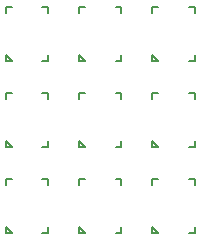
<source format=gto>
G04 #@! TF.GenerationSoftware,KiCad,Pcbnew,5.0.2-bee76a0~70~ubuntu18.04.1*
G04 #@! TF.CreationDate,2018-12-08T03:46:04+01:00*
G04 #@! TF.ProjectId,simic2matrix_panel_3x3,73696d69-6332-46d6-9174-7269785f7061,rev?*
G04 #@! TF.SameCoordinates,Original*
G04 #@! TF.FileFunction,Legend,Top*
G04 #@! TF.FilePolarity,Positive*
%FSLAX46Y46*%
G04 Gerber Fmt 4.6, Leading zero omitted, Abs format (unit mm)*
G04 Created by KiCad (PCBNEW 5.0.2-bee76a0~70~ubuntu18.04.1) date Sat 08 Dec 2018 03:46:04 CET*
%MOMM*%
%LPD*%
G01*
G04 APERTURE LIST*
%ADD10C,0.150000*%
G04 APERTURE END LIST*
D10*
G04 #@! TO.C,U2*
X122700000Y-124800000D02*
X122700000Y-124300000D01*
X123200000Y-124800000D02*
X122700000Y-124800000D01*
X122700000Y-120200000D02*
X122700000Y-120700000D01*
X122700000Y-120200000D02*
X123200000Y-120200000D01*
X126300000Y-120200000D02*
X125800000Y-120200000D01*
X126300000Y-120200000D02*
X126300000Y-120700000D01*
X126300000Y-124800000D02*
X126300000Y-124300000D01*
X126300000Y-124800000D02*
X125800000Y-124800000D01*
X123200000Y-124800000D02*
X122700000Y-124300000D01*
X116500000Y-124800000D02*
X116500000Y-124300000D01*
X117000000Y-124800000D02*
X116500000Y-124800000D01*
X116500000Y-120200000D02*
X116500000Y-120700000D01*
X116500000Y-120200000D02*
X117000000Y-120200000D01*
X120100000Y-120200000D02*
X119600000Y-120200000D01*
X120100000Y-120200000D02*
X120100000Y-120700000D01*
X120100000Y-124800000D02*
X120100000Y-124300000D01*
X120100000Y-124800000D02*
X119600000Y-124800000D01*
X117000000Y-124800000D02*
X116500000Y-124300000D01*
X110800000Y-124800000D02*
X110300000Y-124300000D01*
X113900000Y-124800000D02*
X113400000Y-124800000D01*
X113900000Y-124800000D02*
X113900000Y-124300000D01*
X113900000Y-120200000D02*
X113900000Y-120700000D01*
X113900000Y-120200000D02*
X113400000Y-120200000D01*
X110300000Y-120200000D02*
X110800000Y-120200000D01*
X110300000Y-120200000D02*
X110300000Y-120700000D01*
X110800000Y-124800000D02*
X110300000Y-124800000D01*
X110300000Y-124800000D02*
X110300000Y-124300000D01*
X122700000Y-117500000D02*
X122700000Y-117000000D01*
X123200000Y-117500000D02*
X122700000Y-117500000D01*
X122700000Y-112900000D02*
X122700000Y-113400000D01*
X122700000Y-112900000D02*
X123200000Y-112900000D01*
X126300000Y-112900000D02*
X125800000Y-112900000D01*
X126300000Y-112900000D02*
X126300000Y-113400000D01*
X126300000Y-117500000D02*
X126300000Y-117000000D01*
X126300000Y-117500000D02*
X125800000Y-117500000D01*
X123200000Y-117500000D02*
X122700000Y-117000000D01*
X116500000Y-117500000D02*
X116500000Y-117000000D01*
X117000000Y-117500000D02*
X116500000Y-117500000D01*
X116500000Y-112900000D02*
X116500000Y-113400000D01*
X116500000Y-112900000D02*
X117000000Y-112900000D01*
X120100000Y-112900000D02*
X119600000Y-112900000D01*
X120100000Y-112900000D02*
X120100000Y-113400000D01*
X120100000Y-117500000D02*
X120100000Y-117000000D01*
X120100000Y-117500000D02*
X119600000Y-117500000D01*
X117000000Y-117500000D02*
X116500000Y-117000000D01*
X110300000Y-117500000D02*
X110300000Y-117000000D01*
X110800000Y-117500000D02*
X110300000Y-117500000D01*
X110300000Y-112900000D02*
X110300000Y-113400000D01*
X110300000Y-112900000D02*
X110800000Y-112900000D01*
X113900000Y-112900000D02*
X113400000Y-112900000D01*
X113900000Y-112900000D02*
X113900000Y-113400000D01*
X113900000Y-117500000D02*
X113900000Y-117000000D01*
X113900000Y-117500000D02*
X113400000Y-117500000D01*
X110800000Y-117500000D02*
X110300000Y-117000000D01*
X122700000Y-110200000D02*
X122700000Y-109700000D01*
X123200000Y-110200000D02*
X122700000Y-110200000D01*
X122700000Y-105600000D02*
X122700000Y-106100000D01*
X122700000Y-105600000D02*
X123200000Y-105600000D01*
X126300000Y-105600000D02*
X125800000Y-105600000D01*
X126300000Y-105600000D02*
X126300000Y-106100000D01*
X126300000Y-110200000D02*
X126300000Y-109700000D01*
X126300000Y-110200000D02*
X125800000Y-110200000D01*
X123200000Y-110200000D02*
X122700000Y-109700000D01*
X116500000Y-110200000D02*
X116500000Y-109700000D01*
X117000000Y-110200000D02*
X116500000Y-110200000D01*
X116500000Y-105600000D02*
X116500000Y-106100000D01*
X116500000Y-105600000D02*
X117000000Y-105600000D01*
X120100000Y-105600000D02*
X119600000Y-105600000D01*
X120100000Y-105600000D02*
X120100000Y-106100000D01*
X120100000Y-110200000D02*
X120100000Y-109700000D01*
X120100000Y-110200000D02*
X119600000Y-110200000D01*
X117000000Y-110200000D02*
X116500000Y-109700000D01*
X110300000Y-110200000D02*
X110300000Y-109700000D01*
X110800000Y-110200000D02*
X110300000Y-110200000D01*
X110300000Y-105600000D02*
X110300000Y-106100000D01*
X110300000Y-105600000D02*
X110800000Y-105600000D01*
X113900000Y-105600000D02*
X113400000Y-105600000D01*
X113900000Y-105600000D02*
X113900000Y-106100000D01*
X113900000Y-110200000D02*
X113900000Y-109700000D01*
X113900000Y-110200000D02*
X113400000Y-110200000D01*
X110800000Y-110200000D02*
X110300000Y-109700000D01*
G04 #@! TD*
M02*

</source>
